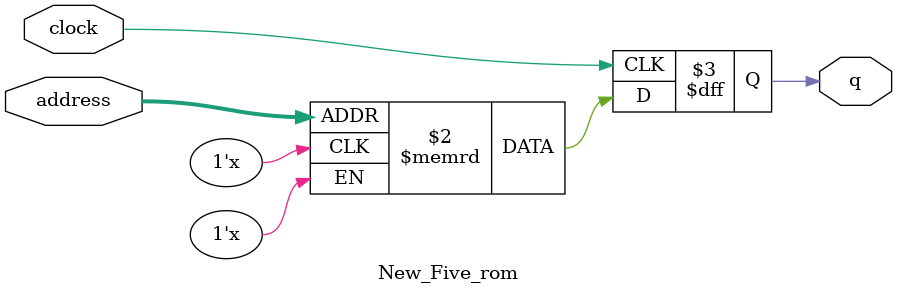
<source format=sv>
module New_Five_rom (
	input logic clock,
	input logic [7:0] address,
	output logic [0:0] q
);

logic [0:0] memory [0:195] /* synthesis ram_init_file = "./New_Five/New_Five.mif" */;

always_ff @ (posedge clock) begin
	q <= memory[address];
end

endmodule

</source>
